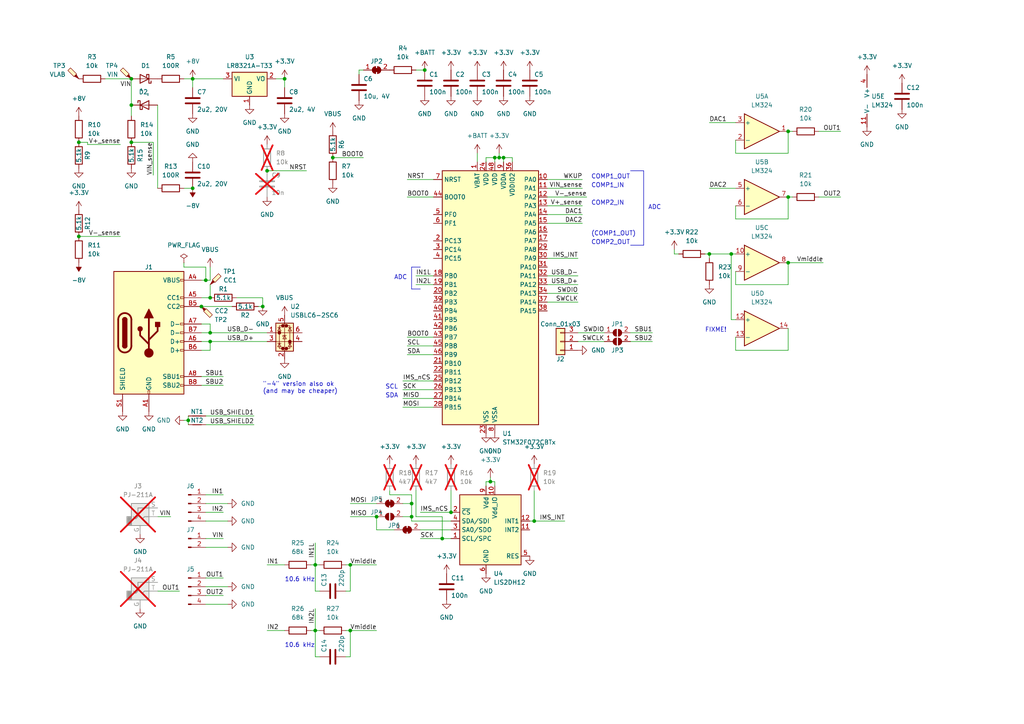
<source format=kicad_sch>
(kicad_sch (version 20230121) (generator eeschema)
  (paper "A4")
  (junction (at 130.81 148.59))
  (junction (at 128.27 156.21))
  (junction (at 146.05 45.72))
  (junction (at 123.19 20.32))
  (junction (at 55.88 22.86))
  (junction (at 77.47 49.53))
  (junction (at 228.6 38.1))
  (junction (at 60.96 99.06))
  (junction (at 59.69 81.28))
  (junction (at 143.51 45.72))
  (junction (at 144.78 45.72))
  (junction (at 101.6 182.88))
  (junction (at 212.09 73.66))
  (junction (at 101.6 163.83))
  (junction (at 60.96 96.52))
  (junction (at 60.96 86.36))
  (junction (at 91.44 182.88))
  (junction (at 82.55 22.86))
  (junction (at 22.86 68.58))
  (junction (at 154.94 151.13))
  (junction (at 228.6 57.15))
  (junction (at 109.22 149.86))
  (junction (at 54.61 121.92))
  (junction (at 205.74 73.66))
  (junction (at 96.52 45.72))
  (junction (at 119.38 149.86))
  (junction (at 119.38 146.05))
  (junction (at 55.88 54.61))
  (junction (at 142.24 139.7))
  (junction (at 91.44 163.83))
  (junction (at 38.1 22.86))
  (junction (at 228.6 76.2))
  (junction (at 38.1 30.48))
  (junction (at 76.2 88.9))
  (junction (at 58.42 88.9))
  (junction (at 22.86 41.275))
  (junction (at 38.1 41.275))
  (wire (pts (xy 91.44 163.83) (xy 92.71 163.83)))
  (wire (pts (xy 116.84 118.11) (xy 125.73 118.11)))
  (wire (pts (xy 116.84 115.57) (xy 125.73 115.57)))
  (wire (pts (xy 55.88 22.86) (xy 64.77 22.86)))
  (wire (pts (xy 59.69 146.05) (xy 66.04 146.05)))
  (wire (pts (xy 138.43 44.45) (xy 138.43 46.99)))
  (wire (pts (xy 158.75 87.63) (xy 167.64 87.63)))
  (wire (pts (xy 38.1 41.275) (xy 44.45 41.275)))
  (wire (pts (xy 58.42 81.28) (xy 59.69 81.28)))
  (wire (pts (xy 55.88 22.86) (xy 53.34 22.86)))
  (wire (pts (xy 59.69 148.59) (xy 64.77 148.59)))
  (wire (pts (xy 114.3 153.67) (xy 109.22 153.67)))
  (wire (pts (xy 212.09 92.71) (xy 213.36 92.71)))
  (wire (pts (xy 82.55 22.86) (xy 82.55 25.4)))
  (polyline (pts (xy 119.38 83.82) (xy 121.92 83.82)))
  (wire (pts (xy 60.96 96.52) (xy 77.47 96.52)))
  (wire (pts (xy 140.97 45.72) (xy 143.51 45.72)))
  (wire (pts (xy 59.69 175.26) (xy 66.04 175.26)))
  (wire (pts (xy 118.11 102.87) (xy 125.73 102.87)))
  (wire (pts (xy 154.94 151.13) (xy 153.67 151.13)))
  (wire (pts (xy 118.11 100.33) (xy 125.73 100.33)))
  (wire (pts (xy 59.69 158.75) (xy 66.04 158.75)))
  (wire (pts (xy 228.6 44.45) (xy 228.6 38.1)))
  (wire (pts (xy 158.75 59.69) (xy 168.91 59.69)))
  (wire (pts (xy 143.51 45.72) (xy 143.51 46.99)))
  (wire (pts (xy 59.69 170.18) (xy 66.04 170.18)))
  (wire (pts (xy 45.72 149.86) (xy 49.53 149.86)))
  (wire (pts (xy 140.97 139.7) (xy 140.97 140.97)))
  (wire (pts (xy 140.97 46.99) (xy 140.97 45.72)))
  (wire (pts (xy 101.6 190.5) (xy 101.6 182.88)))
  (wire (pts (xy 59.69 77.47) (xy 59.69 81.28)))
  (wire (pts (xy 146.05 45.72) (xy 148.59 45.72)))
  (wire (pts (xy 58.42 96.52) (xy 60.96 96.52)))
  (wire (pts (xy 53.34 121.92) (xy 54.61 121.92)))
  (wire (pts (xy 60.96 77.47) (xy 60.96 81.28)))
  (wire (pts (xy 119.38 143.51) (xy 113.03 143.51)))
  (wire (pts (xy 90.17 182.88) (xy 91.44 182.88)))
  (wire (pts (xy 58.42 93.98) (xy 60.96 93.98)))
  (wire (pts (xy 143.51 140.97) (xy 143.51 139.7)))
  (wire (pts (xy 100.33 182.88) (xy 101.6 182.88)))
  (wire (pts (xy 158.75 54.61) (xy 168.91 54.61)))
  (wire (pts (xy 45.72 171.45) (xy 52.07 171.45)))
  (wire (pts (xy 154.94 151.13) (xy 163.83 151.13)))
  (wire (pts (xy 118.11 97.79) (xy 125.73 97.79)))
  (polyline (pts (xy 119.38 77.47) (xy 119.38 83.82)))
  (wire (pts (xy 119.38 149.86) (xy 119.38 146.05)))
  (wire (pts (xy 119.38 146.05) (xy 119.38 143.51)))
  (wire (pts (xy 38.1 30.48) (xy 38.1 33.655)))
  (wire (pts (xy 182.88 99.06) (xy 189.23 99.06)))
  (wire (pts (xy 205.74 35.56) (xy 213.36 35.56)))
  (wire (pts (xy 196.85 73.66) (xy 195.58 73.66)))
  (wire (pts (xy 144.78 45.72) (xy 146.05 45.72)))
  (wire (pts (xy 91.44 157.48) (xy 91.44 163.83)))
  (wire (pts (xy 120.65 20.32) (xy 123.19 20.32)))
  (wire (pts (xy 158.75 85.09) (xy 167.64 85.09)))
  (wire (pts (xy 100.33 163.83) (xy 101.6 163.83)))
  (wire (pts (xy 213.36 63.5) (xy 228.6 63.5)))
  (wire (pts (xy 30.48 22.86) (xy 38.1 22.86)))
  (wire (pts (xy 146.05 45.72) (xy 146.05 46.99)))
  (wire (pts (xy 237.49 38.1) (xy 243.84 38.1)))
  (polyline (pts (xy 186.69 49.53) (xy 186.69 71.12)))
  (wire (pts (xy 59.69 120.65) (xy 73.66 120.65)))
  (wire (pts (xy 113.03 143.51) (xy 113.03 142.24)))
  (wire (pts (xy 53.34 76.2) (xy 53.34 77.47)))
  (wire (pts (xy 91.44 171.45) (xy 91.44 163.83)))
  (wire (pts (xy 116.84 110.49) (xy 125.73 110.49)))
  (wire (pts (xy 101.6 171.45) (xy 101.6 163.83)))
  (wire (pts (xy 45.72 54.61) (xy 45.72 30.48)))
  (wire (pts (xy 118.11 52.07) (xy 125.73 52.07)))
  (wire (pts (xy 59.69 167.64) (xy 64.77 167.64)))
  (wire (pts (xy 121.92 148.59) (xy 130.81 148.59)))
  (wire (pts (xy 101.6 182.88) (xy 109.22 182.88)))
  (wire (pts (xy 205.74 73.66) (xy 212.09 73.66)))
  (wire (pts (xy 130.81 142.24) (xy 130.81 148.59)))
  (wire (pts (xy 213.36 97.79) (xy 213.36 101.6)))
  (wire (pts (xy 91.44 190.5) (xy 91.44 182.88)))
  (wire (pts (xy 100.33 171.45) (xy 101.6 171.45)))
  (wire (pts (xy 59.69 172.72) (xy 64.77 172.72)))
  (wire (pts (xy 58.42 101.6) (xy 60.96 101.6)))
  (wire (pts (xy 104.14 20.32) (xy 105.41 20.32)))
  (wire (pts (xy 182.88 96.52) (xy 189.23 96.52)))
  (wire (pts (xy 119.38 149.86) (xy 116.84 149.86)))
  (wire (pts (xy 96.52 45.72) (xy 105.41 45.72)))
  (polyline (pts (xy 121.92 77.47) (xy 119.38 77.47)))
  (wire (pts (xy 58.42 99.06) (xy 60.96 99.06)))
  (wire (pts (xy 148.59 45.72) (xy 148.59 46.99)))
  (wire (pts (xy 25.4 41.275) (xy 22.86 41.275)))
  (wire (pts (xy 119.38 151.13) (xy 119.38 149.86)))
  (wire (pts (xy 213.36 101.6) (xy 228.6 101.6)))
  (wire (pts (xy 228.6 57.15) (xy 229.87 57.15)))
  (wire (pts (xy 54.61 120.65) (xy 54.61 121.92)))
  (wire (pts (xy 167.64 96.52) (xy 175.26 96.52)))
  (wire (pts (xy 158.75 62.23) (xy 168.91 62.23)))
  (wire (pts (xy 101.6 163.83) (xy 109.22 163.83)))
  (wire (pts (xy 128.27 156.21) (xy 130.81 156.21)))
  (wire (pts (xy 158.75 80.01) (xy 167.64 80.01)))
  (wire (pts (xy 143.51 45.72) (xy 144.78 45.72)))
  (wire (pts (xy 60.96 96.52) (xy 60.96 93.98)))
  (wire (pts (xy 109.22 153.67) (xy 109.22 149.86)))
  (wire (pts (xy 74.93 88.9) (xy 76.2 88.9)))
  (wire (pts (xy 101.6 146.05) (xy 109.22 146.05)))
  (wire (pts (xy 167.64 99.06) (xy 175.26 99.06)))
  (wire (pts (xy 167.64 74.93) (xy 158.75 74.93)))
  (wire (pts (xy 60.96 99.06) (xy 77.47 99.06)))
  (wire (pts (xy 120.65 142.24) (xy 120.65 149.86)))
  (wire (pts (xy 100.33 190.5) (xy 101.6 190.5)))
  (wire (pts (xy 144.78 44.45) (xy 144.78 45.72)))
  (wire (pts (xy 38.1 22.86) (xy 38.1 30.48)))
  (wire (pts (xy 143.51 139.7) (xy 142.24 139.7)))
  (wire (pts (xy 205.74 73.66) (xy 205.74 74.93)))
  (wire (pts (xy 120.65 80.01) (xy 125.73 80.01)))
  (wire (pts (xy 44.45 41.275) (xy 44.45 50.8)))
  (wire (pts (xy 119.38 151.13) (xy 130.81 151.13)))
  (wire (pts (xy 205.74 54.61) (xy 213.36 54.61)))
  (wire (pts (xy 59.69 151.13) (xy 66.04 151.13)))
  (wire (pts (xy 58.42 86.36) (xy 60.96 86.36)))
  (wire (pts (xy 55.88 25.4) (xy 55.88 22.86)))
  (wire (pts (xy 213.36 78.74) (xy 213.36 82.55)))
  (wire (pts (xy 68.58 86.36) (xy 76.2 86.36)))
  (wire (pts (xy 158.75 52.07) (xy 168.91 52.07)))
  (wire (pts (xy 228.6 101.6) (xy 228.6 95.25)))
  (wire (pts (xy 80.01 22.86) (xy 82.55 22.86)))
  (wire (pts (xy 213.36 82.55) (xy 228.6 82.55)))
  (wire (pts (xy 101.6 149.86) (xy 109.22 149.86)))
  (wire (pts (xy 213.36 59.69) (xy 213.36 63.5)))
  (wire (pts (xy 212.09 73.66) (xy 213.36 73.66)))
  (wire (pts (xy 90.17 163.83) (xy 91.44 163.83)))
  (wire (pts (xy 59.69 123.19) (xy 73.66 123.19)))
  (wire (pts (xy 228.6 63.5) (xy 228.6 57.15)))
  (wire (pts (xy 119.38 146.05) (xy 116.84 146.05)))
  (wire (pts (xy 120.65 82.55) (xy 125.73 82.55)))
  (wire (pts (xy 158.75 64.77) (xy 168.91 64.77)))
  (wire (pts (xy 76.2 86.36) (xy 76.2 88.9)))
  (wire (pts (xy 116.84 113.03) (xy 125.73 113.03)))
  (wire (pts (xy 237.49 57.15) (xy 243.84 57.15)))
  (wire (pts (xy 121.92 156.21) (xy 128.27 156.21)))
  (wire (pts (xy 158.75 57.15) (xy 170.18 57.15)))
  (wire (pts (xy 77.47 163.83) (xy 82.55 163.83)))
  (wire (pts (xy 121.92 153.67) (xy 130.81 153.67)))
  (wire (pts (xy 228.6 82.55) (xy 228.6 76.2)))
  (wire (pts (xy 54.61 121.92) (xy 54.61 123.19)))
  (wire (pts (xy 58.42 109.22) (xy 64.77 109.22)))
  (wire (pts (xy 59.69 143.51) (xy 64.77 143.51)))
  (polyline (pts (xy 182.88 49.53) (xy 186.69 49.53)))
  (wire (pts (xy 60.96 99.06) (xy 60.96 101.6)))
  (wire (pts (xy 104.14 20.32) (xy 104.14 21.59)))
  (wire (pts (xy 55.88 54.61) (xy 53.34 54.61)))
  (wire (pts (xy 118.11 57.15) (xy 125.73 57.15)))
  (wire (pts (xy 228.6 76.2) (xy 238.76 76.2)))
  (wire (pts (xy 58.42 111.76) (xy 64.77 111.76)))
  (wire (pts (xy 213.36 44.45) (xy 228.6 44.45)))
  (wire (pts (xy 204.47 73.66) (xy 205.74 73.66)))
  (polyline (pts (xy 182.88 71.12) (xy 186.69 71.12)))
  (wire (pts (xy 77.47 182.88) (xy 82.55 182.88)))
  (wire (pts (xy 128.27 149.86) (xy 128.27 156.21)))
  (wire (pts (xy 53.34 77.47) (xy 59.69 77.47)))
  (wire (pts (xy 77.47 49.53) (xy 88.9 49.53)))
  (wire (pts (xy 158.75 82.55) (xy 167.64 82.55)))
  (wire (pts (xy 91.44 182.88) (xy 92.71 182.88)))
  (wire (pts (xy 228.6 38.1) (xy 229.87 38.1)))
  (wire (pts (xy 92.71 190.5) (xy 91.44 190.5)))
  (wire (pts (xy 154.94 142.24) (xy 154.94 151.13)))
  (wire (pts (xy 59.69 81.28) (xy 60.96 81.28)))
  (wire (pts (xy 195.58 73.66) (xy 195.58 72.39)))
  (wire (pts (xy 22.86 68.58) (xy 34.925 68.58)))
  (wire (pts (xy 34.925 41.91) (xy 25.4 41.91)))
  (wire (pts (xy 60.96 82.55) (xy 60.96 86.36)))
  (wire (pts (xy 58.42 88.9) (xy 67.31 88.9)))
  (wire (pts (xy 212.09 73.66) (xy 212.09 92.71)))
  (wire (pts (xy 142.24 138.43) (xy 142.24 139.7)))
  (wire (pts (xy 25.4 41.91) (xy 25.4 41.275)))
  (wire (pts (xy 92.71 171.45) (xy 91.44 171.45)))
  (wire (pts (xy 142.24 139.7) (xy 140.97 139.7)))
  (wire (pts (xy 59.69 156.21) (xy 64.77 156.21)))
  (wire (pts (xy 91.44 176.53) (xy 91.44 182.88)))
  (wire (pts (xy 120.65 149.86) (xy 128.27 149.86)))
  (wire (pts (xy 213.36 40.64) (xy 213.36 44.45)))
  (text "ADC" (at 187.96 60.96 0) (effects (font (size 1.27 1.27)) (justify left bottom)))
  (text "(COMP1_OUT)" (at 171.45 68.58 0) (effects (font (size 1.27 1.27)) (justify left bottom)))
  (text "10.6 kHz" (at 82.55 168.91 0) (effects (font (size 1.27 1.27)) (justify left bottom)))
  (text "10.6 kHz" (at 82.55 187.96 0) (effects (font (size 1.27 1.27)) (justify left bottom)))
  (text "COMP2_IN" (at 171.45 59.69 0) (effects (font (size 1.27 1.27)) (justify left bottom)))
  (text "\"-4\" version also ok\n(and may be cheaper)" (at 76.2 114.3 0) (effects (font (size 1.27 1.27)) (justify left bottom)))
  (text "COMP1_OUT" (at 171.45 52.07 0) (effects (font (size 1.27 1.27)) (justify left bottom)))
  (text "SDA" (at 111.76 115.57 0) (effects (font (size 1.27 1.27)) (justify left bottom)))
  (text "SCL" (at 111.76 113.03 0) (effects (font (size 1.27 1.27)) (justify left bottom)))
  (text "COMP2_OUT" (at 171.45 71.12 0) (effects (font (size 1.27 1.27)) (justify left bottom)))
  (text "COMP1_IN" (at 171.45 54.61 0) (effects (font (size 1.27 1.27)) (justify left bottom)))
  (text "ADC" (at 118.11 81.28 0) (effects (font (size 1.27 1.27)) (justify right bottom)))
  (text "FIXME!" (at 204.47 96.52 0) (effects (font (size 1.27 1.27)) (justify left bottom)))
  (label "VIN_sense" (at 168.91 54.61 180))
  (label "SCL" (at 118.11 100.33 0))
  (label "V-_sense" (at 34.925 68.58 180))
  (label "MOSI" (at 116.84 118.11 0))
  (label "SWDIO" (at 175.26 96.52 180))
  (label "USB_SHIELD1" (at 73.66 120.65 180))
  (label "Vmiddle" (at 238.76 76.2 180))
  (label "SBU2" (at 189.23 99.06 180))
  (label "SWCLK" (at 167.64 87.63 180))
  (label "Vmiddle" (at 109.22 163.83 180))
  (label "DAC1" (at 205.74 35.56 0))
  (label "IN2" (at 77.47 182.88 0))
  (label "VIN_sense" (at 44.45 50.8 90))
  (label "BOOT0" (at 118.11 97.79 0))
  (label "IN2L" (at 91.44 176.53 270))
  (label "USB_D-" (at 167.64 80.01 180))
  (label "VIN" (at 38.1 25.4 180))
  (label "MOSI" (at 101.6 146.05 0))
  (label "IN1L" (at 91.44 157.48 270))
  (label "IMS_nCS" (at 121.92 148.59 0))
  (label "IN1" (at 64.77 143.51 180))
  (label "SCK" (at 116.84 113.03 0))
  (label "IN1" (at 77.47 163.83 0))
  (label "USB_SHIELD2" (at 73.66 123.19 180))
  (label "BOOT0" (at 118.11 57.15 0))
  (label "V-_sense" (at 170.18 57.15 180))
  (label "SBU1" (at 189.23 96.52 180))
  (label "OUT2" (at 243.84 57.15 180))
  (label "USB_D+" (at 73.66 99.06 180))
  (label "DAC2" (at 168.91 64.77 180))
  (label "MISO" (at 116.84 115.57 0))
  (label "V+_sense" (at 168.91 59.69 180))
  (label "IMS_INT" (at 167.64 74.93 180))
  (label "USB_D-" (at 73.66 96.52 180))
  (label "MISO" (at 101.6 149.86 0))
  (label "BOOT0" (at 105.41 45.72 180))
  (label "SWDIO" (at 167.64 85.09 180))
  (label "VIN" (at 49.53 149.86 180))
  (label "OUT1" (at 64.77 167.64 180))
  (label "IN2L" (at 120.65 82.55 0))
  (label "SCK" (at 121.92 156.21 0))
  (label "WKUP" (at 168.91 52.07 180))
  (label "OUT1" (at 52.07 171.45 180))
  (label "SDA" (at 118.11 102.87 0))
  (label "VIN" (at 64.77 156.21 180))
  (label "NRST" (at 88.9 49.53 180))
  (label "OUT2" (at 64.77 172.72 180))
  (label "DAC2" (at 205.74 54.61 0))
  (label "USB_D+" (at 167.64 82.55 180))
  (label "IN2" (at 64.77 148.59 180))
  (label "DAC1" (at 168.91 62.23 180))
  (label "IMS_INT" (at 163.83 151.13 180))
  (label "SWCLK" (at 175.26 99.06 180))
  (label "IN1L" (at 120.65 80.01 0))
  (label "NRST" (at 118.11 52.07 0))
  (label "OUT1" (at 243.84 38.1 180))
  (label "V+_sense" (at 34.925 41.91 180))
  (label "SBU2" (at 64.77 111.76 180))
  (label "IMS_nCS" (at 116.84 110.49 0))
  (label "SBU1" (at 64.77 109.22 180))
  (label "Vmiddle" (at 109.22 182.88 180))
  (symbol (lib_id "power:VBUS") (at 82.55 91.44 0) (unit 1)
    (property "Reference" "#PWR08" (effects hide))
    (property "Value" "VBUS" (at 82.55 86.36 0))
  )
  (symbol (lib_id "power:GND") (at 153.67 161.29 0) (unit 1)
    (property "Reference" "#PWR043" (effects hide))
    (property "Value" "GND" (at 153.67 166.37 0))
  )
  (symbol (lib_id "Amplifier_Operational:LM324") (at 220.98 95.25 0) (unit 4)
    (property "Reference" "U5" (at 219.71 85.09 0))
    (property "Value" "LM324" (at 220.98 87.63 0))
    (property "Footprint" "Package_SO:SOIC-14_3.9x8.7mm_P1.27mm" (effects hide))
    (property "Datasheet" "http://www.ti.com/lit/ds/symlink/lm2902-n.pdf" (effects hide))
  )
  (symbol (lib_id "Device:R") (at 86.36 182.88 90) (unit 1)
    (property "Reference" "R26" (at 86.36 176.53 90))
    (property "Value" "68k" (at 86.36 179.07 90))
    (property "Footprint" "Resistor_SMD:R_0402_1005Metric" (effects hide))
  )
  (symbol (lib_id "power:+3.3V") (at 261.62 24.13 0) (unit 1)
    (property "Reference" "#PWR055" (effects hide))
    (property "Value" "+3.3V" (at 261.62 19.05 0))
  )
  (symbol (lib_id "power:+3.3V") (at 130.81 20.32 0) (unit 1)
    (property "Reference" "#PWR012" (effects hide))
    (property "Value" "+3.3V" (at 130.81 15.24 0))
  )
  (symbol (lib_id "Device:R") (at 120.65 138.43 180) (unit 1) (in_bom no) (dnp yes)
    (property "Reference" "R17" (at 123.19 137.16 0) (effects (justify right)))
    (property "Value" "4k7" (at 123.19 139.7 0) (effects (justify right)))
    (property "Footprint" "Resistor_SMD:R_0402_1005Metric" (effects hide))
  )
  (symbol (lib_id "Device:R") (at 233.68 57.15 90) (unit 1)
    (property "Reference" "R21" (at 233.68 50.8 90))
    (property "Value" "10k" (at 233.68 53.34 90))
    (property "Footprint" "Resistor_SMD:R_0402_1005Metric" (effects hide))
    (property "LCSC" "C25744" (effects hide))
  )
  (symbol (lib_id "Device:R") (at 22.86 64.77 0) (unit 1)
    (property "Reference" "R12" (at 25.4 64.77 90))
    (property "Value" "5.1k" (at 22.86 64.77 90))
    (property "Footprint" "Resistor_SMD:R_0402_1005Metric" (effects hide))
    (property "LCSC" "C25905" (effects hide))
  )
  (symbol (lib_id "Amplifier_Operational:LM324") (at 220.98 57.15 0) (unit 2)
    (property "Reference" "U5" (at 220.98 46.99 0))
    (property "Value" "LM324" (at 220.98 49.53 0))
    (property "Footprint" "Package_SO:SOIC-14_3.9x8.7mm_P1.27mm" (effects hide))
    (property "Datasheet" "http://www.ti.com/lit/ds/symlink/lm2902-n.pdf" (effects hide))
  )
  (symbol (lib_id "power:GND") (at 55.88 33.02 0) (unit 1)
    (property "Reference" "#PWR021" (effects hide))
    (property "Value" "GND" (at 55.88 38.1 0))
  )
  (symbol (lib_id "Connector:Conn_01x04_Pin") (at 54.61 146.05 0) (unit 1)
    (property "Reference" "J6" (at 55.245 140.97 0))
    (property "Value" "Conn_01x04_Pin" (effects hide))
    (property "Footprint" "Connector_PinHeader_2.54mm:PinHeader_1x04_P2.54mm_Horizontal" (effects hide))
  )
  (symbol (lib_id "power:GND") (at 251.46 36.83 0) (unit 1)
    (property "Reference" "#PWR058" (effects hide))
    (property "Value" "GND" (at 251.46 41.91 0))
  )
  (symbol (lib_id "Device:C") (at 96.52 190.5 90) (unit 1)
    (property "Reference" "C14" (at 93.98 189.23 0) (effects (justify left)))
    (property "Value" "220p" (at 99.06 189.23 0) (effects (justify left)))
    (property "Footprint" "Capacitor_SMD:C_0402_1005Metric" (effects hide))
  )
  (symbol (lib_id "power:+3.3V") (at 113.03 134.62 0) (unit 1)
    (property "Reference" "#PWR046" (effects hide))
    (property "Value" "+3.3V" (at 113.03 129.54 0))
  )
  (symbol (lib_id "Device:C") (at 55.88 29.21 0) (unit 1)
    (property "Reference" "C7" (at 57.15 26.67 0) (effects (justify left)))
    (property "Value" "2u2, 20V" (at 57.15 31.75 0) (effects (justify left)))
    (property "Footprint" "Capacitor_SMD:C_0402_1005Metric" (effects hide))
  )
  (symbol (lib_id "Device:C") (at 153.67 24.13 0) (unit 1)
    (property "Reference" "C5" (at 154.94 21.59 0) (effects (justify left)))
    (property "Value" "100n" (at 154.94 26.67 0) (effects (justify left)))
    (property "Footprint" "Capacitor_SMD:C_0402_1005Metric" (effects hide))
    (property "LCSC" "C1525" (effects hide))
  )
  (symbol (lib_id "Jumper:SolderJumper_2_Bridged") (at 109.22 20.32 0) (unit 1)
    (property "Reference" "JP2" (at 109.22 17.78 0))
    (property "Value" "SolderJumper_2_Bridged" (effects hide))
    (property "Footprint" "Jumper:SolderJumper-2_P1.3mm_Bridged_RoundedPad1.0x1.5mm" (effects hide))
  )
  (symbol (lib_id "power:GND") (at 66.04 158.75 90) (unit 1)
    (property "Reference" "#PWR051" (effects hide))
    (property "Value" "GND" (at 69.85 158.75 90) (effects (justify right)))
  )
  (symbol (lib_id "Device:R") (at 49.53 54.61 90) (unit 1)
    (property "Reference" "R13" (at 49.53 48.26 90))
    (property "Value" "100R" (at 49.53 50.8 90))
    (property "Footprint" "Resistor_SMD:R_0402_1005Metric" (effects hide))
  )
  (symbol (lib_id "Device:C") (at 104.14 25.4 0) (unit 1)
    (property "Reference" "C6" (at 105.41 22.86 0) (effects (justify left)))
    (property "Value" "10u, 4V" (at 105.41 27.94 0) (effects (justify left)))
    (property "Footprint" "Capacitor_SMD:C_0402_1005Metric" (effects hide))
  )
  (symbol (lib_id "power:VBUS") (at 60.96 77.47 0) (unit 1)
    (property "Reference" "#PWR01" (effects hide))
    (property "Value" "VBUS" (at 60.96 72.39 0))
  )
  (symbol (lib_id "power:+3.3V") (at 120.65 134.62 0) (unit 1)
    (property "Reference" "#PWR045" (effects hide))
    (property "Value" "+3.3V" (at 120.65 129.54 0))
  )
  (symbol (lib_id "power:+3.3V") (at 129.54 166.37 0) (unit 1)
    (property "Reference" "#PWR039" (effects hide))
    (property "Value" "+3.3V" (at 129.54 161.29 0))
  )
  (symbol (lib_id "power:+3.3V") (at 144.78 44.45 0) (unit 1)
    (property "Reference" "#PWR026" (effects hide))
    (property "Value" "+3.3V" (at 144.78 39.37 0))
  )
  (symbol (lib_id "power:GND") (at 66.04 146.05 90) (unit 1)
    (property "Reference" "#PWR052" (effects hide))
    (property "Value" "GND" (at 69.85 146.05 90) (effects (justify right)))
  )
  (symbol (lib_id "power:GND") (at 167.64 101.6 90) (unit 1)
    (property "Reference" "#PWR038" (effects hide))
    (property "Value" "GND" (at 171.45 101.6 90) (effects (justify right)))
  )
  (symbol (lib_id "Device:R") (at 22.86 37.465 180) (unit 1)
    (property "Reference" "R10" (at 25.4 36.195 0) (effects (justify right)))
    (property "Value" "10k" (at 25.4 38.735 0) (effects (justify right)))
    (property "Footprint" "Resistor_SMD:R_0402_1005Metric" (effects hide))
    (property "LCSC" "C25744" (effects hide))
  )
  (symbol (lib_id "Device:R") (at 22.86 45.085 0) (unit 1)
    (property "Reference" "R9" (at 25.4 45.085 90))
    (property "Value" "5.1k" (at 22.86 45.085 90))
    (property "Footprint" "Resistor_SMD:R_0402_1005Metric" (effects hide))
    (property "LCSC" "C25905" (effects hide))
  )
  (symbol (lib_id "Device:R") (at 130.81 138.43 180) (unit 1) (in_bom no) (dnp yes)
    (property "Reference" "R16" (at 133.35 137.16 0) (effects (justify right)))
    (property "Value" "10k" (at 133.35 139.7 0) (effects (justify right)))
    (property "Footprint" "Resistor_SMD:R_0402_1005Metric" (effects hide))
    (property "LCSC" "C25744" (effects hide))
  )
  (symbol (lib_id "power:GND") (at 35.56 119.38 0) (unit 1)
    (property "Reference" "#PWR03" (effects hide))
    (property "Value" "GND" (at 35.56 124.46 0))
  )
  (symbol (lib_id "Connector:Conn_01x04_Pin") (at 54.61 170.18 0) (unit 1)
    (property "Reference" "J5" (at 55.245 165.1 0))
    (property "Value" "Conn_01x04_Pin" (effects hide))
    (property "Footprint" "Connector_PinHeader_2.54mm:PinHeader_1x04_P2.54mm_Horizontal" (effects hide))
  )
  (symbol (lib_id "Device:C") (at 138.43 24.13 0) (unit 1)
    (property "Reference" "C3" (at 139.7 21.59 0) (effects (justify left)))
    (property "Value" "100n" (at 139.7 26.67 0) (effects (justify left)))
    (property "Footprint" "Capacitor_SMD:C_0402_1005Metric" (effects hide))
    (property "LCSC" "C1525" (effects hide))
  )
  (symbol (lib_id "power:GND") (at 66.04 151.13 90) (unit 1)
    (property "Reference" "#PWR050" (effects hide))
    (property "Value" "GND" (at 69.85 151.13 90) (effects (justify right)))
  )
  (symbol (lib_id "Device:R") (at 64.77 86.36 90) (unit 1)
    (property "Reference" "R1" (at 64.77 83.82 90))
    (property "Value" "5.1k" (at 64.77 86.36 90))
    (property "Footprint" "Resistor_SMD:R_0402_1005Metric" (effects hide))
    (property "LCSC" "C25905" (effects hide))
  )
  (symbol (lib_id "Connector:TestPoint_Probe") (at 60.96 82.55 0) (unit 1) (in_bom no)
    (property "Reference" "TP1" (at 64.77 78.74 0) (effects (justify left)))
    (property "Value" "CC1" (at 64.77 81.28 0) (effects (justify left)))
    (property "Footprint" "analog-noise-generator:TestPoint_THTPad_small" (effects hide))
  )
  (symbol (lib_id "power:+3.3V") (at 22.86 60.96 0) (unit 1)
    (property "Reference" "#PWR060" (effects hide))
    (property "Value" "+3.3V" (at 22.86 55.88 0))
  )
  (symbol (lib_id "power:GND") (at 40.64 154.94 0) (unit 1)
    (property "Reference" "#PWR048" (effects hide))
    (property "Value" "GND" (at 40.64 160.02 0))
  )
  (symbol (lib_id "power:GND") (at 22.86 48.895 0) (unit 1)
    (property "Reference" "#PWR034" (effects hide))
    (property "Value" "GND" (at 22.86 53.975 0))
  )
  (symbol (lib_id "Device:R") (at 116.84 20.32 90) (unit 1)
    (property "Reference" "R4" (at 116.84 13.97 90))
    (property "Value" "10k" (at 116.84 16.51 90))
    (property "Footprint" "Resistor_SMD:R_0402_1005Metric" (effects hide))
    (property "LCSC" "C25744" (effects hide))
  )
  (symbol (lib_id "MCU_ST_STM32F0:STM32F072CBTx") (at 140.97 87.63 0) (unit 1)
    (property "Reference" "U1" (at 145.7041 125.73 0) (effects (justify left)))
    (property "Value" "STM32F072CBTx" (at 145.7041 128.27 0) (effects (justify left)))
    (property "Footprint" "Package_QFP:LQFP-48_7x7mm_P0.5mm" (effects hide))
    (property "Datasheet" "https://www.st.com/resource/en/datasheet/stm32f072cb.pdf" (effects hide))
  )
  (symbol (lib_id "Device:R") (at 22.86 72.39 180) (unit 1)
    (property "Reference" "R11" (at 25.4 71.12 0) (effects (justify right)))
    (property "Value" "10k" (at 25.4 73.66 0) (effects (justify right)))
    (property "Footprint" "Resistor_SMD:R_0402_1005Metric" (effects hide))
    (property "LCSC" "C25744" (effects hide))
  )
  (symbol (lib_id "Sensor_Motion:LIS2DE12") (at 140.97 153.67 0) (unit 1)
    (property "Reference" "U4" (at 143.1641 166.37 0) (effects (justify left)))
    (property "Value" "LIS2DH12" (at 143.1641 168.91 0) (effects (justify left)))
    (property "Footprint" "Package_LGA:LGA-12_2x2mm_P0.5mm" (effects hide))
    (property "Datasheet" "https://www.st.com/resource/en/datasheet/lis2dh12.pdf" (effects hide))
    (property "LCSC" "C110926" (effects hide))
  )
  (symbol (lib_id "Device:C") (at 261.62 27.94 0) (unit 1)
    (property "Reference" "C12" (at 262.89 25.4 0) (effects (justify left)))
    (property "Value" "100n" (at 262.89 30.48 0) (effects (justify left)))
    (property "Footprint" "Capacitor_SMD:C_0402_1005Metric" (effects hide))
    (property "LCSC" "C1525" (effects hide))
  )
  (symbol (lib_id "Device:NetTie_2") (at 57.15 120.65 180) (unit 1) (in_bom no)
    (property "Reference" "NT1" (at 57.15 119.38 0))
    (property "Value" "NetTie_2" (effects hide))
    (property "Footprint" "NetTie:NetTie-2_SMD_Pad0.5mm" (effects hide))
  )
  (symbol (lib_id "power:+3.3V") (at 154.94 134.62 0) (unit 1)
    (property "Reference" "#PWR047" (effects hide))
    (property "Value" "+3.3V" (at 154.94 129.54 0))
  )
  (symbol (lib_id "Device:R") (at 96.52 182.88 90) (unit 1)
    (property "Reference" "R27" (at 96.52 176.53 90))
    (property "Value" "10k" (at 96.52 179.07 90))
    (property "Footprint" "Resistor_SMD:R_0402_1005Metric" (effects hide))
    (property "LCSC" "C25744" (effects hide))
  )
  (symbol (lib_id "power:-8V") (at 55.88 54.61 180) (unit 1)
    (property "Reference" "#PWR033" (effects hide))
    (property "Value" "-8V" (at 55.88 59.69 0))
  )
  (symbol (lib_id "Amplifier_Operational:LM324") (at 254 29.21 0) (unit 5)
    (property "Reference" "U5" (at 252.73 27.94 0) (effects (justify left)))
    (property "Value" "LM324" (at 252.73 30.48 0) (effects (justify left)))
    (property "Footprint" "Package_SO:SOIC-14_3.9x8.7mm_P1.27mm" (effects hide))
    (property "Datasheet" "http://www.ti.com/lit/ds/symlink/lm2902-n.pdf" (effects hide))
  )
  (symbol (lib_id "power:GND") (at 129.54 173.99 0) (unit 1)
    (property "Reference" "#PWR040" (effects hide))
    (property "Value" "GND" (at 129.54 179.07 0))
  )
  (symbol (lib_id "Amplifier_Operational:LM324") (at 220.98 76.2 0) (unit 3)
    (property "Reference" "U5" (at 220.98 66.04 0))
    (property "Value" "LM324" (at 220.98 68.58 0))
    (property "Footprint" "Package_SO:SOIC-14_3.9x8.7mm_P1.27mm" (effects hide))
    (property "Datasheet" "http://www.ti.com/lit/ds/symlink/lm2902-n.pdf" (effects hide))
  )
  (symbol (lib_id "power:GND") (at 138.43 27.94 0) (unit 1)
    (property "Reference" "#PWR015" (effects hide))
    (property "Value" "GND" (at 138.43 33.02 0))
  )
  (symbol (lib_id "power:+8V") (at 55.88 22.86 0) (unit 1)
    (property "Reference" "#PWR027" (effects hide))
    (property "Value" "+8V" (at 55.88 17.78 0))
  )
  (symbol (lib_id "power:+3.3V") (at 82.55 22.86 0) (unit 1)
    (property "Reference" "#PWR024" (effects hide))
    (property "Value" "+3.3V" (at 82.55 17.78 0))
  )
  (symbol (lib_id "Device:C") (at 146.05 24.13 0) (unit 1)
    (property "Reference" "C4" (at 147.32 21.59 0) (effects (justify left)))
    (property "Value" "100n" (at 147.32 26.67 0) (effects (justify left)))
    (property "Footprint" "Capacitor_SMD:C_0402_1005Metric" (effects hide))
    (property "LCSC" "C1525" (effects hide))
  )
  (symbol (lib_id "power:GND") (at 76.2 88.9 0) (unit 1)
    (property "Reference" "#PWR02" (effects hide))
    (property "Value" "GND" (at 76.2 93.98 0))
  )
  (symbol (lib_id "power:GND") (at 130.81 27.94 0) (unit 1)
    (property "Reference" "#PWR013" (effects hide))
    (property "Value" "GND" (at 130.81 33.02 0))
  )
  (symbol (lib_id "Jumper:SolderJumper_2_Open") (at 179.07 96.52 0) (unit 1)
    (property "Reference" "JP1" (at 179.07 93.98 0))
    (property "Value" "SolderJumper_2_Open" (effects hide))
    (property "Footprint" "Jumper:SolderJumper-2_P1.3mm_Open_RoundedPad1.0x1.5mm" (effects hide))
  )
  (symbol (lib_id "Connector_Generic:Conn_01x03") (at 162.56 99.06 180) (unit 1)
    (property "Reference" "J2" (at 162.56 104.14 0))
    (property "Value" "Conn_01x03" (at 162.56 93.98 0))
    (property "Footprint" "Connector_PinHeader_2.54mm:PinHeader_1x03_P2.54mm_Vertical" (effects hide))
    (property "LCSC" "C49257" (effects hide))
  )
  (symbol (lib_id "Device:C") (at 129.54 170.18 0) (unit 1)
    (property "Reference" "C11" (at 130.81 167.64 0) (effects (justify left)))
    (property "Value" "100n" (at 130.81 172.72 0) (effects (justify left)))
    (property "Footprint" "Capacitor_SMD:C_0402_1005Metric" (effects hide))
    (property "LCSC" "C1525" (effects hide))
  )
  (symbol (lib_id "Device:R") (at 96.52 163.83 90) (unit 1)
    (property "Reference" "R24" (at 96.52 157.48 90))
    (property "Value" "10k" (at 96.52 160.02 90))
    (property "Footprint" "Resistor_SMD:R_0402_1005Metric" (effects hide))
    (property "LCSC" "C25744" (effects hide))
  )
  (symbol (lib_id "Connector:Conn_01x02_Pin") (at 54.61 156.21 0) (unit 1)
    (property "Reference" "J7" (at 55.245 153.67 0))
    (property "Value" "Conn_01x02_Pin" (effects hide))
    (property "Footprint" "Connector_PinHeader_2.54mm:PinHeader_1x02_P2.54mm_Horizontal" (effects hide))
  )
  (symbol (lib_id "power:GND") (at 153.67 27.94 0) (unit 1)
    (property "Reference" "#PWR019" (effects hide))
    (property "Value" "GND" (at 153.67 33.02 0))
  )
  (symbol (lib_id "Connector:TestPoint_Probe") (at 22.86 22.86 0) (mirror y) (unit 1) (in_bom no)
    (property "Reference" "TP3" (at 19.05 19.05 0) (effects (justify left)))
    (property "Value" "VLAB" (at 19.05 21.59 0) (effects (justify left)))
    (property "Footprint" "analog-noise-generator:TestPoint_THTPad_small" (effects hide))
  )
  (symbol (lib_id "Amplifier_Operational:LM324") (at 220.98 38.1 0) (unit 1)
    (property "Reference" "U5" (at 220.98 27.94 0))
    (property "Value" "LM324" (at 220.98 30.48 0))
    (property "Footprint" "Package_SO:SOIC-14_3.9x8.7mm_P1.27mm" (effects hide))
    (property "Datasheet" "http://www.ti.com/lit/ds/symlink/lm2902-n.pdf" (effects hide))
  )
  (symbol (lib_id "Device:R") (at 154.94 138.43 180) (unit 1) (in_bom no) (dnp yes)
    (property "Reference" "R19" (at 157.48 137.16 0) (effects (justify right)))
    (property "Value" "10k" (at 157.48 139.7 0) (effects (justify right)))
    (property "Footprint" "Resistor_SMD:R_0402_1005Metric" (effects hide))
    (property "LCSC" "C25744" (effects hide))
  )
  (symbol (lib_id "Device:R") (at 77.47 45.72 180) (unit 1) (in_bom no) (dnp yes)
    (property "Reference" "R8" (at 80.01 44.45 0) (effects (justify right)))
    (property "Value" "10k" (at 80.01 46.99 0) (effects (justify right)))
    (property "Footprint" "Resistor_SMD:R_0402_1005Metric" (effects hide))
    (property "LCSC" "C25744" (effects hide))
  )
  (symbol (lib_id "power:GND") (at 82.55 104.14 0) (unit 1)
    (property "Reference" "#PWR09" (effects hide))
    (property "Value" "GND" (at 82.55 109.22 0))
  )
  (symbol (lib_id "power:+3.3V") (at 138.43 20.32 0) (unit 1)
    (property "Reference" "#PWR014" (effects hide))
    (property "Value" "+3.3V" (at 138.43 15.24 0))
  )
  (symbol (lib_id "power:+3.3V") (at 146.05 20.32 0) (unit 1)
    (property "Reference" "#PWR016" (effects hide))
    (property "Value" "+3.3V" (at 146.05 15.24 0))
  )
  (symbol (lib_id "power:+3.3V") (at 251.46 21.59 0) (unit 1)
    (property "Reference" "#PWR057" (effects hide))
    (property "Value" "+3.3V" (at 251.46 16.51 0))
  )
  (symbol (lib_id "power:GND") (at 53.34 121.92 270) (unit 1)
    (property "Reference" "#PWR05" (effects hide))
    (property "Value" "GND" (at 49.53 121.9199 90) (effects (justify right)))
  )
  (symbol (lib_id "Device:C") (at 130.81 24.13 0) (unit 1)
    (property "Reference" "C2" (at 132.08 21.59 0) (effects (justify left)))
    (property "Value" "100n" (at 132.08 26.67 0) (effects (justify left)))
    (property "Footprint" "Capacitor_SMD:C_0402_1005Metric" (effects hide))
    (property "LCSC" "C1525" (effects hide))
  )
  (symbol (lib_id "power:GND") (at 143.51 125.73 0) (unit 1)
    (property "Reference" "#PWR06" (effects hide))
    (property "Value" "GND" (at 143.51 130.81 0))
  )
  (symbol (lib_id "power:GND") (at 72.39 30.48 0) (unit 1)
    (property "Reference" "#PWR023" (effects hide))
    (property "Value" "GND" (at 72.39 35.56 0))
  )
  (symbol (lib_id "Device:C") (at 96.52 171.45 90) (unit 1)
    (property "Reference" "C13" (at 93.98 170.18 0) (effects (justify left)))
    (property "Value" "220p" (at 99.06 170.18 0) (effects (justify left)))
    (property "Footprint" "Capacitor_SMD:C_0402_1005Metric" (effects hide))
  )
  (symbol (lib_id "Device:R") (at 113.03 138.43 180) (unit 1) (in_bom no) (dnp yes)
    (property "Reference" "R18" (at 115.57 137.16 0) (effects (justify right)))
    (property "Value" "4k7" (at 115.57 139.7 0) (effects (justify right)))
    (property "Footprint" "Resistor_SMD:R_0402_1005Metric" (effects hide))
  )
  (symbol (lib_id "power:-8V") (at 22.86 76.2 180) (unit 1)
    (property "Reference" "#PWR036" (effects hide))
    (property "Value" "-8V" (at 22.86 81.28 0))
  )
  (symbol (lib_id "Device:C") (at 82.55 29.21 0) (unit 1)
    (property "Reference" "C8" (at 83.82 26.67 0) (effects (justify left)))
    (property "Value" "2u2, 4V" (at 83.82 31.75 0) (effects (justify left)))
    (property "Footprint" "Capacitor_SMD:C_0402_1005Metric" (effects hide))
  )
  (symbol (lib_id "Device:R") (at 205.74 78.74 180) (unit 1)
    (property "Reference" "R23" (at 208.28 77.47 0) (effects (justify right)))
    (property "Value" "10k" (at 208.28 80.01 0) (effects (justify right)))
    (property "Footprint" "Resistor_SMD:R_0402_1005Metric" (effects hide))
    (property "LCSC" "C25744" (effects hide))
  )
  (symbol (lib_id "power:+3.3V") (at 130.81 134.62 0) (unit 1)
    (property "Reference" "#PWR044" (effects hide))
    (property "Value" "+3.3V" (at 130.81 129.54 0))
  )
  (symbol (lib_id "power:GND") (at 77.47 57.15 0) (unit 1)
    (property "Reference" "#PWR031" (effects hide))
    (property "Value" "GND" (at 77.47 62.23 0))
  )
  (symbol (lib_id "Device:NetTie_2") (at 57.15 123.19 180) (unit 1) (in_bom no)
    (property "Reference" "NT2" (at 57.15 121.92 0))
    (property "Value" "NetTie_2" (effects hide))
    (property "Footprint" "NetTie:NetTie-2_SMD_Pad0.5mm" (effects hide))
  )
  (symbol (lib_id "Connector:TestPoint_Probe") (at 58.42 88.9 0) (mirror x) (unit 1) (in_bom no)
    (property "Reference" "TP2" (at 62.23 92.71 0) (effects (justify left)))
    (property "Value" "CC2" (at 62.23 90.17 0) (effects (justify left)))
    (property "Footprint" "analog-noise-generator:TestPoint_THTPad_small" (effects hide))
  )
  (symbol (lib_id "Jumper:SolderJumper_2_Open") (at 179.07 99.06 0) (unit 1)
    (property "Reference" "JP3" (at 179.07 101.6 0))
    (property "Value" "SolderJumper_2_Open" (effects hide))
    (property "Footprint" "Jumper:SolderJumper-2_P1.3mm_Open_RoundedPad1.0x1.5mm" (effects hide))
  )
  (symbol (lib_id "Device:R") (at 49.53 22.86 90) (unit 1)
    (property "Reference" "R5" (at 49.53 16.51 90))
    (property "Value" "100R" (at 49.53 19.05 90))
    (property "Footprint" "Resistor_SMD:R_0402_1005Metric" (effects hide))
  )
  (symbol (lib_id "Connector_Audio:AudioJack2_Ground") (at 40.64 149.86 0) (unit 1) (in_bom no) (on_board no) (dnp yes)
    (property "Reference" "J3" (at 40.005 140.97 0))
    (property "Value" "PJ-211A" (at 40.005 143.51 0))
    (property "Datasheet" "https://wmsc.lcsc.com/wmsc/upload/file/pdf/v2/lcsc/2110111230_XKB-Connection-PJ-211A_C480265.pdf" (effects hide))
    (property "LCSC" "C480265" (effects hide))
  )
  (symbol (lib_id "power:+BATT") (at 123.19 20.32 0) (unit 1)
    (property "Reference" "#PWR020" (effects hide))
    (property "Value" "+BATT" (at 123.19 15.24 0))
  )
  (symbol (lib_id "Jumper:SolderJumper_2_Bridged") (at 113.03 146.05 0) (unit 1)
    (property "Reference" "JP5" (at 109.22 144.78 0))
    (property "Value" "SolderJumper_2_Bridged" (effects hide))
    (property "Footprint" "Jumper:SolderJumper-2_P1.3mm_Bridged_RoundedPad1.0x1.5mm" (effects hide))
  )
  (symbol (lib_id "Connector_Audio:AudioJack2_Ground") (at 40.64 171.45 0) (unit 1) (in_bom no) (on_board no) (dnp yes)
    (property "Reference" "J4" (at 40.005 162.56 0))
    (property "Value" "PJ-211A" (at 40.005 165.1 0))
    (property "Datasheet" "https://wmsc.lcsc.com/wmsc/upload/file/pdf/v2/lcsc/2110111230_XKB-Connection-PJ-211A_C480265.pdf" (effects hide))
    (property "LCSC" "C480265" (effects hide))
  )
  (symbol (lib_id "power:+3.3V") (at 153.67 20.32 0) (unit 1)
    (property "Reference" "#PWR018" (effects hide))
    (property "Value" "+3.3V" (at 153.67 15.24 0))
  )
  (symbol (lib_id "power:GND") (at 55.88 46.99 180) (unit 1)
    (property "Reference" "#PWR032" (effects hide))
    (property "Value" "GND" (at 55.88 41.91 0))
  )
  (symbol (lib_id "power:GND") (at 140.97 125.73 0) (unit 1)
    (property "Reference" "#PWR07" (effects hide))
    (property "Value" "GND" (at 140.97 130.81 0))
  )
  (symbol (lib_id "Device:C") (at 123.19 24.13 0) (unit 1)
    (property "Reference" "C1" (at 124.46 21.59 0) (effects (justify left)))
    (property "Value" "100n" (at 124.46 26.67 0) (effects (justify left)))
    (property "Footprint" "Capacitor_SMD:C_0402_1005Metric" (effects hide))
    (property "LCSC" "C1525" (effects hide))
  )
  (symbol (lib_id "power:+8V") (at 22.86 33.655 0) (unit 1)
    (property "Reference" "#PWR035" (effects hide))
    (property "Value" "+8V" (at 22.86 28.575 0))
  )
  (symbol (lib_id "Device:D_Schottky") (at 41.91 30.48 0) (unit 1)
    (property "Reference" "D2" (at 41.5925 26.67 0))
    (property "Value" "~" (at 42.8624 27.94 90) (effects (justify left)))
    (property "Footprint" "Diode_SMD:D_SOD-323" (effects hide))
    (property "LCSC" "C181207" (effects hide))
  )
  (symbol (lib_id "power:GND") (at 261.62 31.75 0) (unit 1)
    (property "Reference" "#PWR056" (effects hide))
    (property "Value" "GND" (at 261.62 36.83 0))
  )
  (symbol (lib_id "power:GND") (at 205.74 82.55 0) (unit 1)
    (property "Reference" "#PWR059" (effects hide))
    (property "Value" "GND" (at 205.74 87.63 0))
  )
  (symbol (lib_id "power:GND") (at 140.97 166.37 0) (unit 1)
    (property "Reference" "#PWR042" (effects hide))
    (property "Value" "GND" (at 140.97 171.45 0))
  )
  (symbol (lib_id "power:GND") (at 104.14 29.21 0) (unit 1)
    (property "Reference" "#PWR010" (effects hide))
    (property "Value" "GND" (at 104.14 34.29 0))
  )
  (symbol (lib_id "power:GND") (at 40.64 176.53 0) (unit 1)
    (property "Reference" "#PWR049" (effects hide))
    (property "Value" "GND" (at 40.64 181.61 0))
  )
  (symbol (lib_id "power:GND") (at 38.1 48.895 0) (unit 1)
    (property "Reference" "#PWR037" (effects hide))
    (property "Value" "GND" (at 38.1 53.975 0))
  )
  (symbol (lib_id "power:GND") (at 96.52 53.34 0) (unit 1)
    (property "Reference" "#PWR029" (effects hide))
    (property "Value" "GND" (at 96.52 58.42 0))
  )
  (symbol (lib_id "power:GND") (at 43.18 119.38 0) (unit 1)
    (property "Reference" "#PWR04" (effects hide))
    (property "Value" "GND" (at 43.18 124.46 0))
  )
  (symbol (lib_id "power:VBUS") (at 96.52 38.1 0) (unit 1)
    (property "Reference" "#PWR028" (effects hide))
    (property "Value" "VBUS" (at 96.52 33.02 0))
  )
  (symbol (lib_id "Device:R") (at 71.12 88.9 90) (unit 1)
    (property "Reference" "R2" (at 71.12 91.44 90))
    (property "Value" "5.1k" (at 71.12 88.9 90))
    (property "Footprint" "Resistor_SMD:R_0402_1005Metric" (effects hide))
    (property "LCSC" "C25905" (effects hide))
  )
  (symbol (lib_id "Device:R") (at 86.36 163.83 90) (unit 1)
    (property "Reference" "R25" (at 86.36 157.48 90))
    (property "Value" "68k" (at 86.36 160.02 90))
    (property "Footprint" "Resistor_SMD:R_0402_1005Metric" (effects hide))
  )
  (symbol (lib_id "power:GND") (at 66.04 175.26 90) (unit 1)
    (property "Reference" "#PWR054" (effects hide))
    (property "Value" "GND" (at 69.85 175.26 90) (effects (justify right)))
  )
  (symbol (lib_id "Device:D_Schottky") (at 41.91 22.86 180) (unit 1)
    (property "Reference" "D1" (at 42.2275 19.05 0))
    (property "Value" "~" (at 40.9576 25.4 90) (effects (justify left)))
    (property "Footprint" "Diode_SMD:D_SOD-323" (effects hide))
    (property "LCSC" "C181207" (effects hide))
  )
  (symbol (lib_id "Power_Protection:USBLC6-2SC6") (at 82.55 96.52 0) (unit 1)
    (property "Reference" "U2" (at 84.2011 88.9 0) (effects (justify left)))
    (property "Value" "USBLC6-2SC6" (at 84.2011 91.44 0) (effects (justify left)))
    (property "Footprint" "Package_TO_SOT_SMD:SOT-23-6" (effects hide))
    (property "Datasheet" "https://www.st.com/resource/en/datasheet/usblc6-2.pdf" (effects hide))
    (property "LCSC" "C5180279" (effects hide))
  )
  (symbol (lib_id "power:GND") (at 123.19 27.94 0) (unit 1)
    (property "Reference" "#PWR011" (effects hide))
    (property "Value" "GND" (at 123.19 33.02 0))
  )
  (symbol (lib_id "Device:R") (at 38.1 45.085 0) (unit 1)
    (property "Reference" "R15" (at 40.64 45.085 90))
    (property "Value" "5.1k" (at 38.1 45.085 90))
    (property "Footprint" "Resistor_SMD:R_0402_1005Metric" (effects hide))
    (property "LCSC" "C25905" (effects hide))
  )
  (symbol (lib_id "Device:R") (at 26.67 22.86 90) (unit 1)
    (property "Reference" "R3" (at 26.67 16.51 90))
    (property "Value" "10k" (at 26.67 19.05 90))
    (property "Footprint" "Resistor_SMD:R_0402_1005Metric" (effects hide))
    (property "LCSC" "C25744" (effects hide))
  )
  (symbol (lib_id "power:GND") (at 66.04 170.18 90) (unit 1)
    (property "Reference" "#PWR053" (effects hide))
    (property "Value" "GND" (at 69.85 170.18 90) (effects (justify right)))
  )
  (symbol (lib_id "Device:R") (at 233.68 38.1 90) (unit 1)
    (property "Reference" "R20" (at 233.68 31.75 90))
    (property "Value" "10k" (at 233.68 34.29 90))
    (property "Footprint" "Resistor_SMD:R_0402_1005Metric" (effects hide))
    (property "LCSC" "C25744" (effects hide))
  )
  (symbol (lib_id "Jumper:SolderJumper_2_Open") (at 113.03 149.86 0) (unit 1)
    (property "Reference" "JP4" (at 109.22 148.59 0))
    (property "Value" "SolderJumper_2_Open" (effects hide))
    (property "Footprint" "Jumper:SolderJumper-2_P1.3mm_Open_RoundedPad1.0x1.5mm" (effects hide))
  )
  (symbol (lib_id "Device:R") (at 96.52 41.91 0) (unit 1)
    (property "Reference" "R6" (at 99.06 41.91 90))
    (property "Value" "5.1k" (at 96.52 41.91 90))
    (property "Footprint" "Resistor_SMD:R_0402_1005Metric" (effects hide))
    (property "LCSC" "C25905" (effects hide))
  )
  (symbol (lib_id "power:GND") (at 146.05 27.94 0) (unit 1)
    (property "Reference" "#PWR017" (effects hide))
    (property "Value" "GND" (at 146.05 33.02 0))
  )
  (symbol (lib_id "Connector:USB_C_Receptacle_USB2.0") (at 43.18 96.52 0) (unit 1)
    (property "Reference" "J1" (at 43.18 77.47 0))
    (property "Value" "USB_C_Receptacle_USB2.0" (effects hide))
    (property "Footprint" "analog-noise-generator:USB_C_Receptacle_HRO_TYPE-C-31-M-12" (effects hide))
    (property "Datasheet" "https://www.usb.org/sites/default/files/documents/usb_type-c.zip" (effects hide))
    (property "LCSC" "C165948" (effects hide))
  )
  (symbol (lib_id "power:GND") (at 82.55 33.02 0) (unit 1)
    (property "Reference" "#PWR022" (effects hide))
    (property "Value" "GND" (at 82.55 38.1 0))
  )
  (symbol (lib_id "power:+3.3V") (at 77.47 41.91 0) (unit 1)
    (property "Reference" "#PWR030" (effects hide))
    (property "Value" "+3.3V" (at 77.47 36.83 0))
  )
  (symbol (lib_id "Device:R") (at 38.1 37.465 180) (unit 1)
    (property "Reference" "R14" (at 40.64 36.195 0) (effects (justify right)))
    (property "Value" "10k" (at 40.64 38.735 0) (effects (justify right)))
    (property "Footprint" "Resistor_SMD:R_0402_1005Metric" (effects hide))
    (property "LCSC" "C25744" (effects hide))
  )
  (symbol (lib_id "Device:R") (at 96.52 49.53 180) (unit 1)
    (property "Reference" "R7" (at 99.06 48.26 0) (effects (justify right)))
    (property "Value" "10k" (at 99.06 50.8 0) (effects (justify right)))
    (property "Footprint" "Resistor_SMD:R_0402_1005Metric" (effects hide))
    (property "LCSC" "C25744" (effects hide))
  )
  (symbol (lib_id "power:+BATT") (at 138.43 44.45 0) (unit 1)
    (property "Reference" "#PWR025" (effects hide))
    (property "Value" "+BATT" (at 138.43 39.37 0))
  )
  (symbol (lib_id "Regulator_Linear:AMS1117-3.3") (at 72.39 22.86 0) (unit 1)
    (property "Reference" "U3" (at 72.39 16.51 0))
    (property "Value" "LR8321A-T33" (at 72.39 19.05 0))
    (property "Footprint" "Package_TO_SOT_SMD:SOT-23-3" (effects hide))
    (property "Datasheet" "https://wmsc.lcsc.com/wmsc/upload/file/pdf/v2/lcsc/2208111800_LR-LR8321A-T33_C5129918.pdf" (effects hide))
    (property "LCSC" "C5129918" (effects hide))
  )
  (symbol (lib_id "power:+3.3V") (at 142.24 138.43 0) (unit 1)
    (property "Reference" "#PWR041" (effects hide))
    (property "Value" "+3.3V" (at 142.24 133.35 0))
  )
  (symbol (lib_id "power:PWR_FLAG") (at 53.34 76.2 0) (unit 1)
    (property "Reference" "#FLG01" (effects hide))
    (property "Value" "PWR_FLAG" (at 53.34 71.12 0))
  )
  (symbol (lib_id "Jumper:SolderJumper_2_Bridged") (at 118.11 153.67 0) (unit 1)
    (property "Reference" "JP6" (at 114.3 152.4 0))
    (property "Value" "SolderJumper_2_Bridged" (effects hide))
    (property "Footprint" "Jumper:SolderJumper-2_P1.3mm_Bridged_RoundedPad1.0x1.5mm" (effects hide))
  )
  (symbol (lib_id "Connector:TestPoint_Probe") (at 38.1 22.86 0) (mirror y) (unit 1) (in_bom no)
    (property "Reference" "TP4" (at 34.29 19.05 0) (effects (justify left)))
    (property "Value" "VIN" (at 34.29 21.59 0) (effects (justify left)))
    (property "Footprint" "analog-noise-generator:TestPoint_THTPad_small" (effects hide))
  )
  (symbol (lib_id "Device:R") (at 200.66 73.66 90) (unit 1)
    (property "Reference" "R22" (at 200.66 67.31 90))
    (property "Value" "10k" (at 200.66 69.85 90))
    (property "Footprint" "Resistor_SMD:R_0402_1005Metric" (effects hide))
    (property "LCSC" "C25744" (effects hide))
  )
  (symbol (lib_id "power:+3.3V") (at 195.58 72.39 0) (unit 1)
    (property "Reference" "#PWR061" (effects hide))
    (property "Value" "+3.3V" (at 195.58 67.31 0))
  )
  (symbol (lib_id "Device:C") (at 77.47 53.34 0) (unit 1) (in_bom no) (dnp yes)
    (property "Reference" "C9" (at 78.74 50.8 0) (effects (justify left)))
    (property "Value" "10n" (at 78.74 55.88 0) (effects (justify left)))
    (property "Footprint" "Capacitor_SMD:C_0402_1005Metric" (effects hide))
    (property "LCSC" "C1525" (effects hide))
  )
  (symbol (lib_id "Device:C") (at 55.88 50.8 0) (unit 1)
    (property "Reference" "C10" (at 57.15 48.26 0) (effects (justify left)))
    (property "Value" "2u2, 20V" (at 57.15 53.34 0) (effects (justify left)))
    (property "Footprint" "Capacitor_SMD:C_0402_1005Metric" (effects hide))
  )
)
</source>
